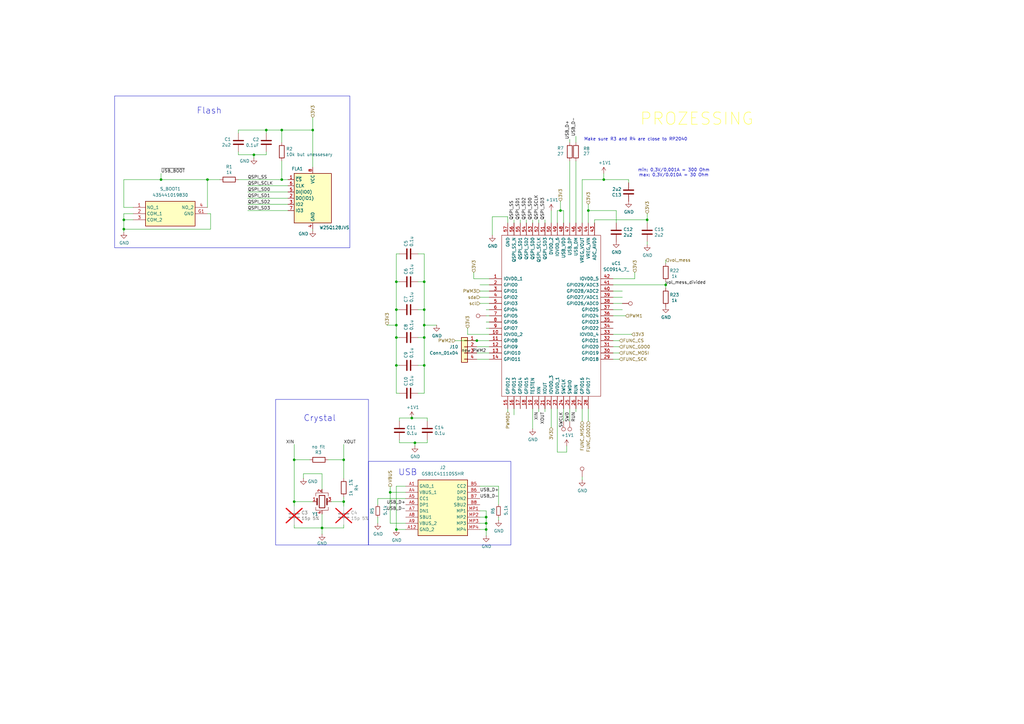
<source format=kicad_sch>
(kicad_sch (version 20231120) (generator "eeschema") (generator_version "8.0")
  (paper "A3")
  (lib_symbols
    (symbol "Connector:TestPoint" (pin_numbers hide) (pin_names (offset 0.762) hide)
      (property "Reference" "TP" (at 0 6.858 0))
      (property "Value" "TestPoint" (at 0 5.08 0))
      (symbol "TestPoint_0_1"
        (circle (center 0 3.302) (radius 0.762))
      )
      (symbol "TestPoint_1_1"
        (pin passive line (at 0 0 90) (length 2.54) (name "1") (number "1"))
      )
    )
    (symbol "Connector_Generic:Conn_01x04" (pin_names (offset 1.016) hide)
      (property "Reference" "J" (at 0 5.08 0))
      (property "Value" "Conn_01x04" (at 0 -7.62 0))
      (symbol "Conn_01x04_1_1"
        (rectangle (start -1.27 -4.953) (end 0 -5.207) (stroke (width 0.1524)))
        (rectangle (start -1.27 -2.413) (end 0 -2.667) (stroke (width 0.1524)))
        (rectangle (start -1.27 0.127) (end 0 -0.127) (stroke (width 0.1524)))
        (rectangle (start -1.27 2.667) (end 0 2.413) (stroke (width 0.1524)))
        (rectangle (start -1.27 3.81) (end 1.27 -6.35) (stroke (width 0.254)) (fill (type background)))
        (pin passive line (at -5.08 2.54 0) (length 3.81) (name "Pin_1") (number "1"))
        (pin passive line (at -5.08 0 0) (length 3.81) (name "Pin_2") (number "2"))
        (pin passive line (at -5.08 -2.54 0) (length 3.81) (name "Pin_3") (number "3"))
        (pin passive line (at -5.08 -5.08 0) (length 3.81) (name "Pin_4") (number "4"))
      )
    )
    (symbol "Device:C" (pin_numbers hide) (pin_names (offset 0.254))
      (property "Reference" "C" (at 0.635 2.54 0))
      (property "Value" "C" (at 0.635 -2.54 0))
      (symbol "C_0_1"
        (polyline (pts (xy -2.032 -0.762) (xy 2.032 -0.762)) (stroke (width 0.508)))
        (polyline (pts (xy -2.032 0.762) (xy 2.032 0.762)) (stroke (width 0.508)))
      )
      (symbol "C_1_1"
        (pin passive line (at 0 3.81 270) (length 2.794) (name "~") (number "1"))
        (pin passive line (at 0 -3.81 90) (length 2.794) (name "~") (number "2"))
      )
    )
    (symbol "Device:Crystal_GND24" (pin_names (offset 1.016) hide)
      (property "Reference" "Y" (at 3.175 5.08 0))
      (property "Value" "Crystal_GND24" (at 3.175 3.175 0))
      (symbol "Crystal_GND24_0_1"
        (rectangle (start -1.143 2.54) (end 1.143 -2.54) (stroke (width 0.3048)))
        (polyline (pts (xy -2.54 0) (xy -2.032 0)))
        (polyline (pts (xy -2.032 -1.27) (xy -2.032 1.27)) (stroke (width 0.508)))
        (polyline (pts (xy 0 -3.81) (xy 0 -3.556)))
        (polyline (pts (xy 0 3.556) (xy 0 3.81)))
        (polyline (pts (xy 2.032 -1.27) (xy 2.032 1.27)) (stroke (width 0.508)))
        (polyline (pts (xy 2.032 0) (xy 2.54 0)))
        (polyline (pts (xy -2.54 -2.286) (xy -2.54 -3.556) (xy 2.54 -3.556) (xy 2.54 -2.286)))
        (polyline (pts (xy -2.54 2.286) (xy -2.54 3.556) (xy 2.54 3.556) (xy 2.54 2.286)))
      )
      (symbol "Crystal_GND24_1_1"
        (pin passive line (at -3.81 0 0) (length 1.27) (name "1") (number "1"))
        (pin passive line (at 0 5.08 270) (length 1.27) (name "2") (number "2"))
        (pin passive line (at 3.81 0 180) (length 1.27) (name "3") (number "3"))
        (pin passive line (at 0 -5.08 90) (length 1.27) (name "4") (number "4"))
      )
    )
    (symbol "Device:R" (pin_numbers hide) (pin_names (offset 0))
      (property "Reference" "R" (at 2.032 0 90))
      (property "Value" "R" (at 0 0 90))
      (symbol "R_0_1"
        (rectangle (start -1.016 -2.54) (end 1.016 2.54) (stroke (width 0.254)))
      )
      (symbol "R_1_1"
        (pin passive line (at 0 3.81 270) (length 1.27) (name "~") (number "1"))
        (pin passive line (at 0 -3.81 90) (length 1.27) (name "~") (number "2"))
      )
    )
    (symbol "Device:R_Small" (pin_numbers hide) (pin_names (offset 0.254) hide)
      (property "Reference" "R" (at 0.762 0.508 0))
      (property "Value" "R_Small" (at 0.762 -1.016 0))
      (symbol "R_Small_0_1"
        (rectangle (start -0.762 1.778) (end 0.762 -1.778) (stroke (width 0.2032)))
      )
      (symbol "R_Small_1_1"
        (pin passive line (at 0 2.54 270) (length 0.762) (name "~") (number "1"))
        (pin passive line (at 0 -2.54 90) (length 0.762) (name "~") (number "2"))
      )
    )
    (symbol "GND_1" (power) (pin_numbers hide) (pin_names (offset 0) hide)
      (property "Value" "GND" (at 0 -3.81 0))
      (symbol "GND_1_0_1"
        (polyline (pts (xy 0 0) (xy 0 -1.27) (xy 1.27 -1.27) (xy 0 -2.54) (xy -1.27 -1.27) (xy 0 -1.27)))
      )
      (symbol "GND_1_1_1"
        (pin power_in line (at 0 0 270) (length 0) (name "~") (number "1"))
      )
    )
    (symbol "GND_11" (power) (pin_numbers hide) (pin_names (offset 0) hide)
      (property "Value" "GND" (at 0 -3.81 0))
      (symbol "GND_11_0_1"
        (polyline (pts (xy 0 0) (xy 0 -1.27) (xy 1.27 -1.27) (xy 0 -2.54) (xy -1.27 -1.27) (xy 0 -1.27)))
      )
      (symbol "GND_11_1_1"
        (pin power_in line (at 0 0 270) (length 0) (name "~") (number "1"))
      )
    )
    (symbol "GND_13" (power) (pin_numbers hide) (pin_names (offset 0) hide)
      (property "Value" "GND" (at 0 -3.81 0))
      (symbol "GND_13_0_1"
        (polyline (pts (xy 0 0) (xy 0 -1.27) (xy 1.27 -1.27) (xy 0 -2.54) (xy -1.27 -1.27) (xy 0 -1.27)))
      )
      (symbol "GND_13_1_1"
        (pin power_in line (at 0 0 270) (length 0) (name "~") (number "1"))
      )
    )
    (symbol "GND_14" (power) (pin_numbers hide) (pin_names (offset 0) hide)
      (property "Value" "GND" (at 0 -3.81 0))
      (symbol "GND_14_0_1"
        (polyline (pts (xy 0 0) (xy 0 -1.27) (xy 1.27 -1.27) (xy 0 -2.54) (xy -1.27 -1.27) (xy 0 -1.27)))
      )
      (symbol "GND_14_1_1"
        (pin power_in line (at 0 0 270) (length 0) (name "~") (number "1"))
      )
    )
    (symbol "GND_15" (power) (pin_numbers hide) (pin_names (offset 0) hide)
      (property "Value" "GND" (at 0 -3.81 0))
      (symbol "GND_15_0_1"
        (polyline (pts (xy 0 0) (xy 0 -1.27) (xy 1.27 -1.27) (xy 0 -2.54) (xy -1.27 -1.27) (xy 0 -1.27)))
      )
      (symbol "GND_15_1_1"
        (pin power_in line (at 0 0 270) (length 0) (name "~") (number "1"))
      )
    )
    (symbol "GND_16" (power) (pin_numbers hide) (pin_names (offset 0) hide)
      (property "Value" "GND" (at 0 -3.81 0))
      (symbol "GND_16_0_1"
        (polyline (pts (xy 0 0) (xy 0 -1.27) (xy 1.27 -1.27) (xy 0 -2.54) (xy -1.27 -1.27) (xy 0 -1.27)))
      )
      (symbol "GND_16_1_1"
        (pin power_in line (at 0 0 270) (length 0) (name "~") (number "1"))
      )
    )
    (symbol "GND_2" (power) (pin_numbers hide) (pin_names (offset 0) hide)
      (property "Value" "GND" (at 0 -3.81 0))
      (symbol "GND_2_0_1"
        (polyline (pts (xy 0 0) (xy 0 -1.27) (xy 1.27 -1.27) (xy 0 -2.54) (xy -1.27 -1.27) (xy 0 -1.27)))
      )
      (symbol "GND_2_1_1"
        (pin power_in line (at 0 0 270) (length 0) (name "~") (number "1"))
      )
    )
    (symbol "GND_23" (power) (pin_numbers hide) (pin_names (offset 0) hide)
      (property "Value" "GND" (at 0 -3.81 0))
      (symbol "GND_23_0_1"
        (polyline (pts (xy 0 0) (xy 0 -1.27) (xy 1.27 -1.27) (xy 0 -2.54) (xy -1.27 -1.27) (xy 0 -1.27)))
      )
      (symbol "GND_23_1_1"
        (pin power_in line (at 0 0 270) (length 0) (name "~") (number "1"))
      )
    )
    (symbol "GND_24" (power) (pin_numbers hide) (pin_names (offset 0) hide)
      (property "Value" "GND" (at 0 -3.81 0))
      (symbol "GND_24_0_1"
        (polyline (pts (xy 0 0) (xy 0 -1.27) (xy 1.27 -1.27) (xy 0 -2.54) (xy -1.27 -1.27) (xy 0 -1.27)))
      )
      (symbol "GND_24_1_1"
        (pin power_in line (at 0 0 270) (length 0) (name "~") (number "1"))
      )
    )
    (symbol "GND_25" (power) (pin_numbers hide) (pin_names (offset 0) hide)
      (property "Value" "GND" (at 0 -3.81 0))
      (symbol "GND_25_0_1"
        (polyline (pts (xy 0 0) (xy 0 -1.27) (xy 1.27 -1.27) (xy 0 -2.54) (xy -1.27 -1.27) (xy 0 -1.27)))
      )
      (symbol "GND_25_1_1"
        (pin power_in line (at 0 0 270) (length 0) (name "~") (number "1"))
      )
    )
    (symbol "GND_26" (power) (pin_numbers hide) (pin_names (offset 0) hide)
      (property "Value" "GND" (at 0 -3.81 0))
      (symbol "GND_26_0_1"
        (polyline (pts (xy 0 0) (xy 0 -1.27) (xy 1.27 -1.27) (xy 0 -2.54) (xy -1.27 -1.27) (xy 0 -1.27)))
      )
      (symbol "GND_26_1_1"
        (pin power_in line (at 0 0 270) (length 0) (name "~") (number "1"))
      )
    )
    (symbol "GND_27" (power) (pin_numbers hide) (pin_names (offset 0) hide)
      (property "Value" "GND" (at 0 -3.81 0))
      (symbol "GND_27_0_1"
        (polyline (pts (xy 0 0) (xy 0 -1.27) (xy 1.27 -1.27) (xy 0 -2.54) (xy -1.27 -1.27) (xy 0 -1.27)))
      )
      (symbol "GND_27_1_1"
        (pin power_in line (at 0 0 270) (length 0) (name "~") (number "1"))
      )
    )
    (symbol "GND_3" (power) (pin_numbers hide) (pin_names (offset 0) hide)
      (property "Value" "GND" (at 0 -3.81 0))
      (symbol "GND_3_0_1"
        (polyline (pts (xy 0 0) (xy 0 -1.27) (xy 1.27 -1.27) (xy 0 -2.54) (xy -1.27 -1.27) (xy 0 -1.27)))
      )
      (symbol "GND_3_1_1"
        (pin power_in line (at 0 0 270) (length 0) (name "~") (number "1"))
      )
    )
    (symbol "GND_4" (power) (pin_numbers hide) (pin_names (offset 0) hide)
      (property "Value" "GND" (at 0 -3.81 0))
      (symbol "GND_4_0_1"
        (polyline (pts (xy 0 0) (xy 0 -1.27) (xy 1.27 -1.27) (xy 0 -2.54) (xy -1.27 -1.27) (xy 0 -1.27)))
      )
      (symbol "GND_4_1_1"
        (pin power_in line (at 0 0 270) (length 0) (name "~") (number "1"))
      )
    )
    (symbol "GND_5" (power) (pin_numbers hide) (pin_names (offset 0) hide)
      (property "Value" "GND" (at 0 -3.81 0))
      (symbol "GND_5_0_1"
        (polyline (pts (xy 0 0) (xy 0 -1.27) (xy 1.27 -1.27) (xy 0 -2.54) (xy -1.27 -1.27) (xy 0 -1.27)))
      )
      (symbol "GND_5_1_1"
        (pin power_in line (at 0 0 270) (length 0) (name "~") (number "1"))
      )
    )
    (symbol "GND_6" (power) (pin_numbers hide) (pin_names (offset 0) hide)
      (property "Value" "GND" (at 0 -3.81 0))
      (symbol "GND_6_0_1"
        (polyline (pts (xy 0 0) (xy 0 -1.27) (xy 1.27 -1.27) (xy 0 -2.54) (xy -1.27 -1.27) (xy 0 -1.27)))
      )
      (symbol "GND_6_1_1"
        (pin power_in line (at 0 0 270) (length 0) (name "~") (number "1"))
      )
    )
    (symbol "GND_7" (power) (pin_numbers hide) (pin_names (offset 0) hide)
      (property "Value" "GND" (at 0 -3.81 0))
      (symbol "GND_7_0_1"
        (polyline (pts (xy 0 0) (xy 0 -1.27) (xy 1.27 -1.27) (xy 0 -2.54) (xy -1.27 -1.27) (xy 0 -1.27)))
      )
      (symbol "GND_7_1_1"
        (pin power_in line (at 0 0 270) (length 0) (name "~") (number "1"))
      )
    )
    (symbol "Memory_Flash:W25Q128JVS"
      (property "Reference" "U" (at -8.89 8.89 0))
      (property "Value" "W25Q128JVS" (at 7.62 8.89 0))
      (symbol "W25Q128JVS_0_1"
        (rectangle (start -7.62 10.16) (end 7.62 -10.16) (stroke (width 0.254)) (fill (type background)))
      )
      (symbol "W25Q128JVS_1_1"
        (pin input line (at -10.16 7.62 0) (length 2.54) (name "~{CS}") (number "1"))
        (pin bidirectional line (at -10.16 0 0) (length 2.54) (name "DO(IO1)") (number "2"))
        (pin bidirectional line (at -10.16 -2.54 0) (length 2.54) (name "IO2") (number "3"))
        (pin power_in line (at 0 -12.7 90) (length 2.54) (name "GND") (number "4"))
        (pin bidirectional line (at -10.16 2.54 0) (length 2.54) (name "DI(IO0)") (number "5"))
        (pin input line (at -10.16 5.08 0) (length 2.54) (name "CLK") (number "6"))
        (pin bidirectional line (at -10.16 -5.08 0) (length 2.54) (name "IO3") (number "7"))
        (pin power_in line (at 0 12.7 270) (length 2.54) (name "VCC") (number "8"))
      )
    )
    (symbol "SamacSys_Parts:435441019830"
      (property "Reference" "S" (at 26.67 7.62 0))
      (property "Value" "435441019830" (at 26.67 5.08 0))
      (symbol "435441019830_1_1"
        (rectangle (start 5.08 2.54) (end 25.4 -7.62) (stroke (width 0.254)) (fill (type background)))
        (pin passive line (at 0 0 0) (length 5.08) (name "NO_1") (number "1"))
        (pin passive line (at 0 -2.54 0) (length 5.08) (name "COM_1") (number "2"))
        (pin passive line (at 0 -5.08 0) (length 5.08) (name "COM_2") (number "3"))
        (pin passive line (at 30.48 0 180) (length 5.08) (name "NO_2") (number "4"))
        (pin passive line (at 30.48 -2.54 180) (length 5.08) (name "GND") (number "G1"))
      )
    )
    (symbol "SamacSys_Parts:GSB1C41110SSHR"
      (property "Reference" "J" (at 26.67 7.62 0))
      (property "Value" "GSB1C41110SSHR" (at 26.67 5.08 0))
      (symbol "GSB1C41110SSHR_1_1"
        (rectangle (start 5.08 2.54) (end 25.4 -20.32) (stroke (width 0.254)) (fill (type background)))
        (pin passive line (at 0 0 0) (length 5.08) (name "GND_1") (number "A1"))
        (pin passive line (at 0 -17.78 0) (length 5.08) (name "GND_2") (number "A12"))
        (pin passive line (at 0 -2.54 0) (length 5.08) (name "VBUS_1") (number "A4"))
        (pin passive line (at 0 -5.08 0) (length 5.08) (name "CC1") (number "A5"))
        (pin passive line (at 0 -7.62 0) (length 5.08) (name "DP1") (number "A6"))
        (pin passive line (at 0 -10.16 0) (length 5.08) (name "DN1") (number "A7"))
        (pin passive line (at 0 -12.7 0) (length 5.08) (name "SBU1") (number "A8"))
        (pin passive line (at 0 -15.24 0) (length 5.08) (name "VBUS_2") (number "A9"))
        (pin passive line (at 30.48 0 180) (length 5.08) (name "CC2") (number "B5"))
        (pin passive line (at 30.48 -2.54 180) (length 5.08) (name "DP2") (number "B6"))
        (pin passive line (at 30.48 -5.08 180) (length 5.08) (name "DN2") (number "B7"))
        (pin passive line (at 30.48 -7.62 180) (length 5.08) (name "SBU2") (number "B8"))
        (pin passive line (at 30.48 -10.16 180) (length 5.08) (name "MP1") (number "MP1"))
        (pin passive line (at 30.48 -12.7 180) (length 5.08) (name "MP2") (number "MP2"))
        (pin passive line (at 30.48 -15.24 180) (length 5.08) (name "MP3") (number "MP3"))
        (pin passive line (at 30.48 -17.78 180) (length 5.08) (name "MP4") (number "MP4"))
      )
    )
    (symbol "SamacSys_Parts:SC0914_7_" (pin_names (offset 0.762))
      (property "Reference" "J" (at 46.99 22.86 0))
      (property "Value" "SC0914_7_" (at 46.99 20.32 0))
      (symbol "SC0914_7__0_0"
        (pin passive line (at 0 0 0) (length 5.08) (name "IOVDD_1") (number "1"))
        (pin passive line (at 0 -22.86 0) (length 5.08) (name "IOVDD_2") (number "10"))
        (pin passive line (at 0 -25.4 0) (length 5.08) (name "GPIO8") (number "11"))
        (pin passive line (at 0 -27.94 0) (length 5.08) (name "GPIO9") (number "12"))
        (pin passive line (at 0 -30.48 0) (length 5.08) (name "GPIO10") (number "13"))
        (pin passive line (at 0 -33.02 0) (length 5.08) (name "GPIO11") (number "14"))
        (pin passive line (at 7.62 -53.34 90) (length 5.08) (name "GPIO12") (number "15"))
        (pin passive line (at 10.16 -53.34 90) (length 5.08) (name "GPIO13") (number "16"))
        (pin passive line (at 12.7 -53.34 90) (length 5.08) (name "GPIO14") (number "17"))
        (pin passive line (at 15.24 -53.34 90) (length 5.08) (name "GPIO15") (number "18"))
        (pin passive line (at 17.78 -53.34 90) (length 5.08) (name "TESTEN") (number "19"))
        (pin passive line (at 0 -2.54 0) (length 5.08) (name "GPIO0") (number "2"))
        (pin passive line (at 20.32 -53.34 90) (length 5.08) (name "XIN") (number "20"))
        (pin passive line (at 22.86 -53.34 90) (length 5.08) (name "XOUT") (number "21"))
        (pin passive line (at 25.4 -53.34 90) (length 5.08) (name "IOVDD_3") (number "22"))
        (pin passive line (at 27.94 -53.34 90) (length 5.08) (name "DVDD_1") (number "23"))
        (pin passive line (at 30.48 -53.34 90) (length 5.08) (name "SWCLK") (number "24"))
        (pin passive line (at 33.02 -53.34 90) (length 5.08) (name "SWDIO") (number "25"))
        (pin passive line (at 35.56 -53.34 90) (length 5.08) (name "RUN") (number "26"))
        (pin passive line (at 38.1 -53.34 90) (length 5.08) (name "GPIO16") (number "27"))
        (pin passive line (at 40.64 -53.34 90) (length 5.08) (name "GPIO17") (number "28"))
        (pin passive line (at 50.8 -33.02 180) (length 5.08) (name "GPIO18") (number "29"))
        (pin passive line (at 0 -5.08 0) (length 5.08) (name "GPIO1") (number "3"))
        (pin passive line (at 50.8 -30.48 180) (length 5.08) (name "GPIO19") (number "30"))
        (pin passive line (at 50.8 -27.94 180) (length 5.08) (name "GPIO20") (number "31"))
        (pin passive line (at 50.8 -25.4 180) (length 5.08) (name "GPIO21") (number "32"))
        (pin passive line (at 50.8 -22.86 180) (length 5.08) (name "IOVDD_4") (number "33"))
        (pin passive line (at 50.8 -20.32 180) (length 5.08) (name "GPIO22") (number "34"))
        (pin passive line (at 50.8 -17.78 180) (length 5.08) (name "GPIO23") (number "35"))
        (pin passive line (at 50.8 -15.24 180) (length 5.08) (name "GPIO24") (number "36"))
        (pin passive line (at 50.8 -12.7 180) (length 5.08) (name "GPIO25") (number "37"))
        (pin passive line (at 50.8 -10.16 180) (length 5.08) (name "GPIO26/ADC0") (number "38"))
        (pin passive line (at 50.8 -7.62 180) (length 5.08) (name "GPIO27/ADC1") (number "39"))
        (pin passive line (at 0 -7.62 0) (length 5.08) (name "GPIO2") (number "4"))
        (pin passive line (at 50.8 -5.08 180) (length 5.08) (name "GPIO28/ADC2") (number "40"))
        (pin passive line (at 50.8 -2.54 180) (length 5.08) (name "GPIO29/ADC3") (number "41"))
        (pin passive line (at 50.8 0 180) (length 5.08) (name "IOVDD_5") (number "42"))
        (pin passive line (at 43.18 22.86 270) (length 5.08) (name "ADC_AVDD") (number "43"))
        (pin passive line (at 40.64 22.86 270) (length 5.08) (name "VREG_VIN") (number "44"))
        (pin passive line (at 38.1 22.86 270) (length 5.08) (name "VREG_VOUT") (number "45"))
        (pin passive line (at 35.56 22.86 270) (length 5.08) (name "USB_DM") (number "46"))
        (pin passive line (at 33.02 22.86 270) (length 5.08) (name "USB_DP") (number "47"))
        (pin passive line (at 30.48 22.86 270) (length 5.08) (name "USB_VDD") (number "48"))
        (pin passive line (at 27.94 22.86 270) (length 5.08) (name "IOVDD_6") (number "49"))
        (pin passive line (at 0 -10.16 0) (length 5.08) (name "GPIO3") (number "5"))
        (pin passive line (at 25.4 22.86 270) (length 5.08) (name "DVDD_2") (number "50"))
        (pin passive line (at 22.86 22.86 270) (length 5.08) (name "QSPI_SD3") (number "51"))
        (pin passive line (at 20.32 22.86 270) (length 5.08) (name "QSPI_SCLK") (number "52"))
        (pin passive line (at 17.78 22.86 270) (length 5.08) (name "QSPI_SD0") (number "53"))
        (pin passive line (at 15.24 22.86 270) (length 5.08) (name "QSPI_SD2") (number "54"))
        (pin passive line (at 12.7 22.86 270) (length 5.08) (name "QSPI_SD1") (number "55"))
        (pin passive line (at 10.16 22.86 270) (length 5.08) (name "QSPI_SS_N") (number "56"))
        (pin passive line (at 7.62 22.86 270) (length 5.08) (name "GND") (number "57"))
        (pin passive line (at 0 -12.7 0) (length 5.08) (name "GPIO4") (number "6"))
        (pin passive line (at 0 -15.24 0) (length 5.08) (name "GPIO5") (number "7"))
        (pin passive line (at 0 -17.78 0) (length 5.08) (name "GPIO6") (number "8"))
        (pin passive line (at 0 -20.32 0) (length 5.08) (name "GPIO7") (number "9"))
      )
      (symbol "SC0914_7__0_1"
        (polyline (pts (xy 5.08 17.78) (xy 45.72 17.78) (xy 45.72 -48.26) (xy 5.08 -48.26) (xy 5.08 17.78)) (stroke (width 0.1524)))
      )
    )
    (symbol "power:+1V1" (power) (pin_numbers hide) (pin_names (offset 0) hide)
      (property "Value" "+1V1" (at 0 3.556 0))
      (symbol "+1V1_0_1"
        (polyline (pts (xy -0.762 1.27) (xy 0 2.54)))
        (polyline (pts (xy 0 0) (xy 0 2.54)))
        (polyline (pts (xy 0 2.54) (xy 0.762 1.27)))
      )
      (symbol "+1V1_1_1"
        (pin power_in line (at 0 0 90) (length 0) (name "~") (number "1"))
      )
    )
  )
  (junction (at 109.22 53.34))
  (junction (at 173.99 133.35))
  (junction (at 66.04 73.66))
  (junction (at 140.97 205.74))
  (junction (at 120.65 188.595))
  (junction (at 199.39 212.09))
  (junction (at 173.99 115.57))
  (junction (at 160.02 201.93))
  (junction (at 162.56 133.35))
  (junction (at 241.3 86.36))
  (junction (at 229.87 86.36))
  (junction (at 265.43 90.17))
  (junction (at 140.97 188.595))
  (junction (at 173.99 138.43))
  (junction (at 120.65 205.74))
  (junction (at 173.99 127))
  (junction (at 128.27 53.34))
  (junction (at 85.09 73.66))
  (junction (at 162.56 115.57))
  (junction (at 199.39 214.63))
  (junction (at 195.58 139.7))
  (junction (at 50.8 90.17))
  (junction (at 115.57 73.66))
  (junction (at 104.14 63.5))
  (junction (at 162.56 149.86))
  (junction (at 50.8 93.98))
  (junction (at 115.57 53.34))
  (junction (at 162.56 217.17))
  (junction (at 162.56 127))
  (junction (at 199.39 217.17))
  (junction (at 173.99 149.86))
  (junction (at 168.91 171.45))
  (junction (at 132.08 216.535))
  (junction (at 247.65 73.66))
  (junction (at 273.05 116.84))
  (junction (at 162.56 138.43))
  (junction (at 170.18 181.61))
  (wire (pts (xy 97.79 73.66) (xy 115.57 73.66)))
  (wire (pts (xy 208.28 168.91) (xy 208.28 167.64)))
  (wire (pts (xy 173.99 149.86) (xy 173.99 161.29)))
  (wire (pts (xy 238.76 195.58) (xy 238.76 196.85)))
  (wire (pts (xy 50.8 90.17) (xy 50.8 93.98)))
  (wire (pts (xy 201.93 96.52) (xy 201.93 88.9)))
  (wire (pts (xy 229.87 82.55) (xy 229.87 86.36)))
  (wire (pts (xy 132.08 194.31) (xy 124.46 194.31)))
  (wire (pts (xy 173.99 127) (xy 173.99 115.57)))
  (wire (pts (xy 223.52 168.91) (xy 223.52 167.64)))
  (wire (pts (xy 231.14 86.36) (xy 231.14 91.44)))
  (wire (pts (xy 251.46 147.32) (xy 254 147.32)))
  (wire (pts (xy 256.54 129.54) (xy 251.46 129.54)))
  (wire (pts (xy 243.84 90.17) (xy 243.84 91.44)))
  (wire (pts (xy 162.56 133.35) (xy 162.56 138.43)))
  (wire (pts (xy 210.82 170.18) (xy 210.82 167.64)))
  (wire (pts (xy 229.87 86.36) (xy 231.14 86.36)))
  (wire (pts (xy 251.46 137.16) (xy 259.08 137.16)))
  (wire (pts (xy 228.6 86.36) (xy 228.6 91.44)))
  (wire (pts (xy 238.76 167.64) (xy 238.76 172.72)))
  (wire (pts (xy 109.22 54.61) (xy 109.22 53.34)))
  (wire (pts (xy 173.99 138.43) (xy 173.99 149.86)))
  (wire (pts (xy 196.85 121.92) (xy 200.66 121.92)))
  (wire (pts (xy 120.65 188.595) (xy 120.65 205.74)))
  (wire (pts (xy 233.68 167.64) (xy 233.68 172.72)))
  (wire (pts (xy 54.61 85.09) (xy 50.8 85.09)))
  (wire (pts (xy 251.46 142.24) (xy 254 142.24)))
  (wire (pts (xy 223.52 90.17) (xy 223.52 91.44)))
  (wire (pts (xy 140.97 196.215) (xy 140.97 188.595)))
  (wire (pts (xy 173.99 133.35) (xy 173.99 127)))
  (wire (pts (xy 196.85 116.84) (xy 200.66 116.84)))
  (wire (pts (xy 228.6 185.42) (xy 232.41 185.42)))
  (wire (pts (xy 101.6 76.2) (xy 118.11 76.2)))
  (wire (pts (xy 160.02 199.39) (xy 160.02 201.93)))
  (wire (pts (xy 199.39 212.09) (xy 199.39 209.55)))
  (wire (pts (xy 154.94 204.47) (xy 154.94 207.01)))
  (wire (pts (xy 195.58 142.24) (xy 200.66 142.24)))
  (wire (pts (xy 236.22 91.44) (xy 236.22 66.04)))
  (wire (pts (xy 191.77 137.16) (xy 200.66 137.16)))
  (wire (pts (xy 175.26 172.72) (xy 175.26 171.45)))
  (wire (pts (xy 162.56 217.17) (xy 162.56 199.39)))
  (wire (pts (xy 140.97 188.595) (xy 134.62 188.595)))
  (wire (pts (xy 236.22 168.91) (xy 236.22 167.64)))
  (wire (pts (xy 226.06 167.64) (xy 226.06 175.26)))
  (wire (pts (xy 255.27 127) (xy 251.46 127)))
  (wire (pts (xy 118.11 81.28) (xy 101.6 81.28)))
  (wire (pts (xy 66.04 71.12) (xy 66.04 73.66)))
  (wire (pts (xy 273.05 116.84) (xy 251.46 116.84)))
  (wire (pts (xy 154.94 214.63) (xy 154.94 212.09)))
  (wire (pts (xy 260.35 114.3) (xy 251.46 114.3)))
  (wire (pts (xy 109.22 63.5) (xy 109.22 62.23)))
  (wire (pts (xy 226.06 86.36) (xy 226.06 91.44)))
  (wire (pts (xy 194.31 114.3) (xy 200.66 114.3)))
  (wire (pts (xy 162.56 127) (xy 162.56 115.57)))
  (wire (pts (xy 132.08 219.075) (xy 132.08 216.535)))
  (wire (pts (xy 171.45 161.29) (xy 173.99 161.29)))
  (wire (pts (xy 233.68 91.44) (xy 233.68 66.04)))
  (wire (pts (xy 199.39 127) (xy 200.66 127)))
  (wire (pts (xy 118.11 86.36) (xy 101.6 86.36)))
  (wire (pts (xy 260.35 111.76) (xy 260.35 114.3)))
  (wire (pts (xy 201.93 88.9) (xy 208.28 88.9)))
  (wire (pts (xy 132.08 216.535) (xy 140.97 216.535)))
  (wire (pts (xy 162.56 127) (xy 162.56 133.35)))
  (wire (pts (xy 104.14 63.5) (xy 104.14 64.77)))
  (wire (pts (xy 50.8 87.63) (xy 50.8 90.17)))
  (wire (pts (xy 199.39 132.08) (xy 200.66 132.08)))
  (wire (pts (xy 163.83 138.43) (xy 162.56 138.43)))
  (wire (pts (xy 241.3 167.64) (xy 241.3 172.72)))
  (wire (pts (xy 140.97 216.535) (xy 140.97 215.265)))
  (wire (pts (xy 171.45 115.57) (xy 173.99 115.57)))
  (wire (pts (xy 97.79 63.5) (xy 104.14 63.5)))
  (wire (pts (xy 175.26 181.61) (xy 175.26 180.34)))
  (wire (pts (xy 199.39 214.63) (xy 199.39 212.09)))
  (wire (pts (xy 241.3 86.36) (xy 252.73 86.36)))
  (wire (pts (xy 120.65 205.74) (xy 120.65 207.645)))
  (wire (pts (xy 196.85 217.17) (xy 199.39 217.17)))
  (wire (pts (xy 273.05 118.11) (xy 273.05 116.84)))
  (wire (pts (xy 135.89 205.74) (xy 140.97 205.74)))
  (wire (pts (xy 208.28 88.9) (xy 208.28 91.44)))
  (wire (pts (xy 162.56 115.57) (xy 162.56 104.14)))
  (wire (pts (xy 50.8 87.63) (xy 54.61 87.63)))
  (wire (pts (xy 171.45 127) (xy 173.99 127)))
  (wire (pts (xy 196.85 124.46) (xy 200.66 124.46)))
  (wire (pts (xy 160.02 214.63) (xy 166.37 214.63)))
  (wire (pts (xy 90.17 73.66) (xy 85.09 73.66)))
  (wire (pts (xy 109.22 53.34) (xy 97.79 53.34)))
  (wire (pts (xy 127 188.595) (xy 120.65 188.595)))
  (wire (pts (xy 196.85 212.09) (xy 199.39 212.09)))
  (wire (pts (xy 247.65 73.66) (xy 247.65 71.12)))
  (wire (pts (xy 166.37 217.17) (xy 162.56 217.17)))
  (wire (pts (xy 204.47 212.09) (xy 204.47 213.36)))
  (wire (pts (xy 128.27 94.615) (xy 128.27 93.98)))
  (wire (pts (xy 140.97 182.245) (xy 140.97 188.595)))
  (wire (pts (xy 132.08 194.31) (xy 132.08 200.66)))
  (wire (pts (xy 173.99 133.35) (xy 173.99 138.43)))
  (wire (pts (xy 215.9 90.17) (xy 215.9 91.44)))
  (wire (pts (xy 85.09 73.66) (xy 85.09 85.09)))
  (wire (pts (xy 173.99 133.35) (xy 179.07 133.35)))
  (wire (pts (xy 228.6 167.64) (xy 228.6 185.42)))
  (wire (pts (xy 173.99 115.57) (xy 173.99 104.14)))
  (wire (pts (xy 255.27 121.92) (xy 251.46 121.92)))
  (wire (pts (xy 273.05 106.68) (xy 273.05 107.95)))
  (wire (pts (xy 132.08 210.82) (xy 132.08 216.535)))
  (wire (pts (xy 218.44 175.895) (xy 218.44 167.64)))
  (wire (pts (xy 115.57 73.66) (xy 118.11 73.66)))
  (wire (pts (xy 163.83 149.86) (xy 162.56 149.86)))
  (wire (pts (xy 118.11 83.82) (xy 101.6 83.82)))
  (wire (pts (xy 273.05 115.57) (xy 273.05 116.84)))
  (wire (pts (xy 120.65 216.535) (xy 132.08 216.535)))
  (wire (pts (xy 50.8 73.66) (xy 66.04 73.66)))
  (wire (pts (xy 232.41 182.88) (xy 232.41 185.42)))
  (wire (pts (xy 97.79 53.34) (xy 97.79 54.61)))
  (wire (pts (xy 140.97 205.74) (xy 140.97 207.645)))
  (wire (pts (xy 97.79 63.5) (xy 97.79 62.23)))
  (wire (pts (xy 218.44 90.17) (xy 218.44 91.44)))
  (wire (pts (xy 171.45 138.43) (xy 173.99 138.43)))
  (wire (pts (xy 199.39 217.17) (xy 199.39 214.63)))
  (wire (pts (xy 158.75 133.35) (xy 162.56 133.35)))
  (wire (pts (xy 220.98 90.17) (xy 220.98 91.44)))
  (wire (pts (xy 233.68 57.15) (xy 233.68 58.42)))
  (wire (pts (xy 162.56 199.39) (xy 166.37 199.39)))
  (wire (pts (xy 163.83 127) (xy 162.56 127)))
  (wire (pts (xy 163.83 172.72) (xy 163.83 171.45)))
  (wire (pts (xy 86.36 93.98) (xy 50.8 93.98)))
  (wire (pts (xy 163.83 161.29) (xy 162.56 161.29)))
  (wire (pts (xy 238.76 73.66) (xy 238.76 91.44)))
  (wire (pts (xy 50.8 85.09) (xy 50.8 73.66)))
  (wire (pts (xy 191.77 134.62) (xy 191.77 137.16)))
  (wire (pts (xy 163.83 104.14) (xy 162.56 104.14)))
  (wire (pts (xy 231.14 167.64) (xy 231.14 172.72)))
  (wire (pts (xy 199.39 209.55) (xy 196.85 209.55)))
  (wire (pts (xy 238.76 73.66) (xy 247.65 73.66)))
  (wire (pts (xy 257.81 73.66) (xy 257.81 74.93)))
  (wire (pts (xy 213.36 90.17) (xy 213.36 91.44)))
  (wire (pts (xy 171.45 104.14) (xy 173.99 104.14)))
  (wire (pts (xy 196.85 214.63) (xy 199.39 214.63)))
  (wire (pts (xy 204.47 199.39) (xy 204.47 207.01)))
  (wire (pts (xy 265.43 87.63) (xy 265.43 90.17)))
  (wire (pts (xy 186.69 139.7) (xy 195.58 139.7)))
  (wire (pts (xy 196.85 119.38) (xy 200.66 119.38)))
  (wire (pts (xy 199.39 134.62) (xy 200.66 134.62)))
  (wire (pts (xy 194.31 111.76) (xy 194.31 114.3)))
  (wire (pts (xy 163.83 171.45) (xy 168.91 171.45)))
  (wire (pts (xy 236.22 55.88) (xy 236.22 58.42)))
  (wire (pts (xy 104.14 63.5) (xy 109.22 63.5)))
  (wire (pts (xy 160.02 201.93) (xy 160.02 214.63)))
  (wire (pts (xy 124.46 194.31) (xy 124.46 196.215)))
  (wire (pts (xy 168.91 171.45) (xy 175.26 171.45)))
  (wire (pts (xy 154.94 204.47) (xy 166.37 204.47)))
  (wire (pts (xy 251.46 144.78) (xy 254 144.78)))
  (wire (pts (xy 171.45 149.86) (xy 173.99 149.86)))
  (wire (pts (xy 247.65 73.66) (xy 257.81 73.66)))
  (wire (pts (xy 195.58 144.78) (xy 200.66 144.78)))
  (wire (pts (xy 228.6 86.36) (xy 229.87 86.36)))
  (wire (pts (xy 163.83 181.61) (xy 170.18 181.61)))
  (wire (pts (xy 86.36 87.63) (xy 85.09 87.63)))
  (wire (pts (xy 199.39 219.71) (xy 199.39 217.17)))
  (wire (pts (xy 66.04 73.66) (xy 85.09 73.66)))
  (wire (pts (xy 241.3 86.36) (xy 241.3 91.44)))
  (wire (pts (xy 163.83 115.57) (xy 162.56 115.57)))
  (wire (pts (xy 120.65 216.535) (xy 120.65 215.265)))
  (wire (pts (xy 252.73 86.36) (xy 252.73 91.44)))
  (wire (pts (xy 241.3 83.82) (xy 241.3 86.36)))
  (wire (pts (xy 195.58 139.7) (xy 200.66 139.7)))
  (wire (pts (xy 255.27 119.38) (xy 251.46 119.38)))
  (wire (pts (xy 162.56 161.29) (xy 162.56 149.86)))
  (wire (pts (xy 128.27 53.34) (xy 128.27 68.58)))
  (wire (pts (xy 196.85 199.39) (xy 204.47 199.39)))
  (wire (pts (xy 170.18 181.61) (xy 175.26 181.61)))
  (wire (pts (xy 254 139.7) (xy 251.46 139.7)))
  (wire (pts (xy 109.22 53.34) (xy 115.57 53.34)))
  (wire (pts (xy 195.58 147.32) (xy 200.66 147.32)))
  (wire (pts (xy 120.65 205.74) (xy 128.27 205.74)))
  (wire (pts (xy 118.11 78.74) (xy 101.6 78.74)))
  (wire (pts (xy 163.83 180.34) (xy 163.83 181.61)))
  (wire (pts (xy 86.36 87.63) (xy 86.36 93.98)))
  (wire (pts (xy 265.43 90.17) (xy 265.43 91.44)))
  (wire (pts (xy 210.82 90.17) (xy 210.82 91.44)))
  (wire (pts (xy 115.57 58.42) (xy 115.57 53.34)))
  (wire (pts (xy 255.27 124.46) (xy 251.46 124.46)))
  (wire (pts (xy 50.8 90.17) (xy 54.61 90.17)))
  (wire (pts (xy 128.27 48.26) (xy 128.27 53.34)))
  (wire (pts (xy 243.84 90.17) (xy 265.43 90.17)))
  (wire (pts (xy 115.57 53.34) (xy 128.27 53.34)))
  (wire (pts (xy 265.43 99.06) (xy 265.43 100.33)))
  (wire (pts (xy 140.97 203.835) (xy 140.97 205.74)))
  (wire (pts (xy 160.02 201.93) (xy 166.37 201.93)))
  (wire (pts (xy 50.8 95.25) (xy 50.8 93.98)))
  (wire (pts (xy 199.39 129.54) (xy 200.66 129.54)))
  (wire (pts (xy 170.18 181.61) (xy 170.18 182.88)))
  (wire (pts (xy 120.65 182.245) (xy 120.65 188.595)))
  (wire (pts (xy 162.56 149.86) (xy 162.56 138.43)))
  (wire (pts (xy 115.57 66.04) (xy 115.57 73.66)))
  (wire (pts (xy 220.98 167.64) (xy 220.98 168.91)))
  (rectangle (start 46.99 39.37) (end 143.51 101.6))
  (rectangle (start 151.13 189.23) (end 209.55 223.52))
  (rectangle (start 113.03 163.83) (end 151.13 223.52))
  (text "Flash" (at 80.645 46.99 0) (effects (font (size 2.54 2.54)) (justify left bottom)))
  (text "min: 0,3V/0,001A = 300 Ohm\nmax: 0,3V/0.010A = 30 Ohm" (at 276.352 70.866 0) (effects (font (size 1.27 1.27))))
  (text "Crystal" (at 124.46 173.101 0) (effects (font (size 2.54 2.54)) (justify left bottom)))
  (text "PROZESSING" (at 262.382 51.816 0) (effects (font (size 5 5)) (justify left bottom)))
  (text "Make sure R3 and R4 are close to RP2040" (at 281.94 57.912 0) (effects (font (size 1.27 1.27)) (justify right bottom)))
  (text "USB" (at 163.322 195.326 0) (effects (font (size 2.54 2.54)) (justify left bottom)))
  (label "QSPI_SD2" (at 101.6 83.82 0))
  (label "XIN" (at 220.98 168.91 270))
  (label "SWD" (at 233.68 168.91 270))
  (label "QSPI_SD0" (at 218.44 90.17 90))
  (label "QSPI_SD1" (at 101.6 81.28 0))
  (label "USB_D-" (at 236.22 55.88 90))
  (label "QSPI_SD1" (at 213.36 90.17 90))
  (label "USB_D+" (at 233.68 57.15 90))
  (label "XOUT" (at 223.52 168.91 270))
  (label "USB_D+" (at 166.37 207.01 180))
  (label "QSPI_SD3" (at 223.52 90.17 90))
  (label "XIN" (at 120.65 182.245 180))
  (label "QSPI_SD3" (at 101.6 86.36 0))
  (label "QSPI_SCLK" (at 101.6 76.2 0))
  (label "vol_mess_divided" (at 273.05 116.84 0))
  (label "USB_D+" (at 196.85 201.93 0))
  (label "QSPI_SCLK" (at 220.98 90.17 90))
  (label "XOUT" (at 140.97 182.245 0))
  (label "QSPI_SS" (at 210.82 90.17 90))
  (label "QSPI_SD0" (at 101.6 78.74 0))
  (label "SWCLK" (at 231.14 168.91 270))
  (label "new PWM2" (at 199.39 144.78 180))
  (label "USB_D-" (at 166.37 209.55 180))
  (label "USB_D-" (at 196.85 204.47 0))
  (label "RUN" (at 236.22 168.91 270))
  (label "QSPI_SD2" (at 215.9 90.17 90))
  (label "~{USB_BOOT}" (at 66.04 71.12 0))
  (label "QSPI_SS" (at 101.6 73.66 0))
  (hierarchical_label "FUNC_GDO2" (shape input) (at 241.3 172.72 270))
  (hierarchical_label "3V3" (shape input) (at 158.75 133.35 90))
  (hierarchical_label "3V3" (shape input) (at 265.43 87.63 90))
  (hierarchical_label "FUNC_GDO0" (shape input) (at 254 142.24 0))
  (hierarchical_label "3V3" (shape input) (at 128.27 48.26 90))
  (hierarchical_label "FUNC_SCK" (shape input) (at 254 147.32 0))
  (hierarchical_label "3V3" (shape input) (at 259.08 137.16 0))
  (hierarchical_label "scl" (shape input) (at 196.85 124.46 180))
  (hierarchical_label "3V3" (shape input) (at 194.31 111.76 90))
  (hierarchical_label "PWM0" (shape input) (at 208.28 168.91 270))
  (hierarchical_label "3V3" (shape input) (at 229.87 82.55 90))
  (hierarchical_label "PWM2" (shape input) (at 186.69 139.7 180))
  (hierarchical_label "vol_mess" (shape input) (at 273.05 106.68 0))
  (hierarchical_label "PWM3" (shape input) (at 196.85 119.38 180))
  (hierarchical_label "3V3" (shape input) (at 241.3 83.82 90))
  (hierarchical_label "PWM1" (shape input) (at 256.54 129.54 0))
  (hierarchical_label "VBUS" (shape output) (at 160.02 199.39 90))
  (hierarchical_label "FUNC_CS" (shape input) (at 254 139.7 0))
  (hierarchical_label "FUNC_MOSI" (shape input) (at 254 144.78 0))
  (hierarchical_label "3V3" (shape input) (at 260.35 111.76 90))
  (hierarchical_label "3V3" (shape input) (at 226.06 175.26 270))
  (hierarchical_label "3V3" (shape input) (at 191.77 134.62 90))
  (hierarchical_label "sda" (shape input) (at 196.85 121.92 180))
  (hierarchical_label "FUNC_MISO" (shape input) (at 238.76 172.72 270))
  (symbol (lib_name "GND_14") (lib_id "power:GND") (at 128.27 94.615 0) (unit 1)
    (property "Reference" "#PWR06" (effects (hide yes)))
    (property "Value" "GND" (at 124.46 95.885 0))
    (property "Description" "Power symbol creates a global label with name \"GND\" , ground" (effects (hide yes)))
  )
  (symbol (lib_name "GND_2") (lib_id "power:GND") (at 218.44 175.895 0) (unit 1)
    (property "Reference" "#PWR014" (effects (hide yes)))
    (property "Value" "GND" (at 218.567 180.2892 0))
    (property "Description" "Power symbol creates a global label with name \"GND\" , ground" (effects (hide yes)))
  )
  (symbol (lib_id "Device:R") (at 115.57 62.23 0) (unit 1)
    (property "Reference" "R2" (at 117.348 61.0616 0) (effects (justify left)))
    (property "Value" "10k but unessesary" (at 117.348 63.373 0) (effects (justify left)))
    (property "Footprint" "Resistor_SMD:R_0603_1608Metric_Pad0.98x0.95mm_HandSolder" (effects (hide yes)))
    (property "Description" "Resistor" (effects (hide yes)))
  )
  (symbol (lib_name "GND_7") (lib_id "power:GND") (at 265.43 100.33 0) (unit 1)
    (property "Reference" "#PWR023" (effects (hide yes)))
    (property "Value" "GND" (at 265.557 104.7242 0))
    (property "Description" "Power symbol creates a global label with name \"GND\" , ground" (effects (hide yes)))
  )
  (symbol (lib_name "GND_5") (lib_id "power:GND") (at 201.93 96.52 0) (unit 1)
    (property "Reference" "#PWR012" (effects (hide yes)))
    (property "Value" "GND" (at 202.057 100.9142 0))
    (property "Description" "Power symbol creates a global label with name \"GND\" , ground" (effects (hide yes)))
  )
  (symbol (lib_id "Device:R") (at 93.98 73.66 270) (unit 1)
    (property "Reference" "R1" (at 93.98 68.4022 90))
    (property "Value" "1k" (at 93.98 70.7136 90))
    (property "Footprint" "Resistor_SMD:R_0603_1608Metric_Pad0.98x0.95mm_HandSolder" (effects (hide yes)))
    (property "Description" "Resistor" (effects (hide yes)))
  )
  (symbol (lib_name "GND_24") (lib_id "power:GND") (at 162.56 217.17 0) (unit 1)
    (property "Reference" "#PWR09" (effects (hide yes)))
    (property "Value" "GND" (at 162.687 221.5642 0))
    (property "Description" "Power symbol creates a global label with name \"GND\" , ground" (effects (hide yes)))
  )
  (symbol (lib_id "Device:R") (at 233.68 62.23 0) (unit 1)
    (property "Reference" "R7" (at 229.87 60.7822 0))
    (property "Value" "27" (at 229.87 63.0936 0))
    (property "Footprint" "Resistor_SMD:R_0603_1608Metric_Pad0.98x0.95mm_HandSolder" (effects (hide yes)))
    (property "Description" "Resistor" (effects (hide yes)))
  )
  (symbol (lib_id "Device:R_Small") (at 204.47 209.55 180) (unit 1)
    (property "Reference" "R6" (at 202.184 209.55 90))
    (property "Value" "5.1k" (at 207.518 209.296 90))
    (property "Footprint" "Resistor_SMD:R_0603_1608Metric_Pad0.98x0.95mm_HandSolder" (effects (hide yes)))
    (property "Description" "Resistor, small symbol" (effects (hide yes)))
  )
  (symbol (lib_name "GND_6") (lib_id "power:GND") (at 252.73 99.06 0) (unit 1)
    (property "Reference" "#PWR019" (effects (hide yes)))
    (property "Value" "GND" (at 252.857 103.4542 0))
    (property "Description" "Power symbol creates a global label with name \"GND\" , ground" (effects (hide yes)))
  )
  (symbol (lib_id "power:+1V1") (at 232.41 182.88 0) (unit 1)
    (property "Reference" "#PWR016" (effects (hide yes)))
    (property "Value" "+1V1" (at 232.791 178.4858 0))
    (property "Description" "Power symbol creates a global label with name \"+1V1\"" (effects (hide yes)))
  )
  (symbol (lib_id "Device:C") (at 167.64 104.14 90) (unit 1)
    (property "Reference" "C5" (at 166.4716 101.219 0) (effects (justify left)))
    (property "Value" "0.1u" (at 168.783 101.219 0) (effects (justify left)))
    (property "Footprint" "Capacitor_SMD:C_0402_1005Metric_Pad0.74x0.62mm_HandSolder" (effects (hide yes)))
    (property "Description" "Unpolarized capacitor" (effects (hide yes)))
  )
  (symbol (lib_id "Device:C") (at 167.64 127 90) (unit 1)
    (property "Reference" "C7" (at 166.4716 124.079 0) (effects (justify left)))
    (property "Value" "0.1u" (at 168.783 124.079 0) (effects (justify left)))
    (property "Footprint" "Capacitor_SMD:C_0402_1005Metric_Pad0.74x0.62mm_HandSolder" (effects (hide yes)))
    (property "Description" "Unpolarized capacitor" (effects (hide yes)))
  )
  (symbol (lib_id "Device:R") (at 273.05 111.76 0) (unit 1)
    (property "Reference" "R22" (at 276.606 110.998 0))
    (property "Value" "1k" (at 276.606 113.3094 0))
    (property "Footprint" "Resistor_SMD:R_0603_1608Metric_Pad0.98x0.95mm_HandSolder" (effects (hide yes)))
    (property "Description" "Resistor" (effects (hide yes)))
  )
  (symbol (lib_id "SamacSys_Parts:435441019830") (at 54.61 85.09 0) (unit 1)
    (property "Reference" "S_BOOT1" (at 69.85 77.47 0))
    (property "Value" "435441019830" (at 69.85 80.01 0))
    (property "Footprint" "SamacSys_Parts:435441019830" (effects (hide yes)))
    (property "Datasheet" "https://www.we-online.com/catalog/datasheet/435441019830.pdf" (effects (hide yes)))
    (property "Description" "Tactile Switches WS-TASV Tact Switch Washable 4.1x2.8x1.9 mm SMT" (effects (hide yes)))
    (property "Height" "1.9" (effects (hide yes)))
    (property "Mouser Part Number" "710-435441019830" (effects (hide yes)))
    (property "Mouser Price/Stock" "https://www.mouser.co.uk/ProductDetail/Wurth-Elektronik/435441019830?qs=ufv2HEpFn%252BQgnhl%2FsZ0Vfw%3D%3D" (effects (hide yes)))
    (property "Manufacturer_Name" "Wurth Elektronik" (effects (hide yes)))
    (property "Manufacturer_Part_Number" "435441019830" (effects (hide yes)))
  )
  (symbol (lib_name "GND_3") (lib_id "power:GND") (at 170.18 182.88 0) (unit 1)
    (property "Reference" "#PWR022" (effects (hide yes)))
    (property "Value" "GND" (at 170.307 187.2742 0))
    (property "Description" "Power symbol creates a global label with name \"GND\" , ground" (effects (hide yes)))
  )
  (symbol (lib_id "Device:R") (at 140.97 200.025 180) (unit 1)
    (property "Reference" "R4" (at 146.2278 200.025 90))
    (property "Value" "1k  1%" (at 143.9164 200.025 90))
    (property "Footprint" "Resistor_SMD:R_0603_1608Metric_Pad0.98x0.95mm_HandSolder" (effects (hide yes)))
    (property "Description" "Resistor" (effects (hide yes)))
  )
  (symbol (lib_id "Device:C") (at 120.65 211.455 0) (unit 1) (dnp yes)
    (property "Reference" "C3" (at 123.571 210.2866 0) (effects (justify left)))
    (property "Value" "15p 5%" (at 123.571 212.598 0) (effects (justify left)))
    (property "Footprint" "Capacitor_SMD:C_0402_1005Metric_Pad0.74x0.62mm_HandSolder" (effects (hide yes)))
    (property "Description" "Unpolarized capacitor" (effects (hide yes)))
  )
  (symbol (lib_name "GND_27") (lib_id "power:GND") (at 124.46 196.215 0) (unit 1)
    (property "Reference" "#PWR05" (effects (hide yes)))
    (property "Value" "GND" (at 128.27 197.485 0))
    (property "Description" "Power symbol creates a global label with name \"GND\" , ground" (effects (hide yes)))
  )
  (symbol (lib_id "Device:C") (at 167.64 149.86 90) (unit 1)
    (property "Reference" "C9" (at 166.4716 146.939 0) (effects (justify left)))
    (property "Value" "0.1u" (at 168.783 146.939 0) (effects (justify left)))
    (property "Footprint" "Capacitor_SMD:C_0402_1005Metric_Pad0.74x0.62mm_HandSolder" (effects (hide yes)))
    (property "Description" "Unpolarized capacitor" (effects (hide yes)))
  )
  (symbol (lib_id "Device:C") (at 265.43 95.25 0) (unit 1)
    (property "Reference" "C15" (at 268.351 94.0816 0) (effects (justify left)))
    (property "Value" "2u2" (at 268.351 96.393 0) (effects (justify left)))
    (property "Footprint" "Capacitor_SMD:C_0805_2012Metric_Pad1.18x1.45mm_HandSolder" (effects (hide yes)))
    (property "Description" "Unpolarized capacitor" (effects (hide yes)))
  )
  (symbol (lib_id "Device:C") (at 163.83 176.53 0) (unit 1)
    (property "Reference" "C11" (at 166.751 175.3616 0) (effects (justify left)))
    (property "Value" "0.1u" (at 166.751 177.673 0) (effects (justify left)))
    (property "Footprint" "Capacitor_SMD:C_0402_1005Metric_Pad0.74x0.62mm_HandSolder" (effects (hide yes)))
    (property "Description" "Unpolarized capacitor" (effects (hide yes)))
  )
  (symbol (lib_id "power:+1V1") (at 247.65 71.12 0) (unit 1)
    (property "Reference" "#PWR018" (effects (hide yes)))
    (property "Value" "+1V1" (at 248.031 66.7258 0))
    (property "Description" "Power symbol creates a global label with name \"+1V1\"" (effects (hide yes)))
  )
  (symbol (lib_id "Connector_Generic:Conn_01x04") (at 190.5 142.24 0) (mirror y) (unit 1)
    (property "Reference" "J10" (at 187.96 142.2399 0) (effects (justify left)))
    (property "Value" "Conn_01x04" (at 187.96 144.7799 0) (effects (justify left)))
    (property "Footprint" "Connector_PinHeader_1.00mm:PinHeader_1x04_P1.00mm_Vertical_SMD_Pin1Left" (effects (hide yes)))
    (property "Description" "Generic connector, single row, 01x04, script generated (kicad-library-utils/schlib/autogen/connector/)" (effects (hide yes)))
  )
  (symbol (lib_id "Connector:TestPoint") (at 238.76 195.58 0) (unit 1) (in_bom no)
    (property "Reference" "TP5" (effects (hide yes)))
    (property "Value" "TestPoint" (effects (hide yes)))
    (property "Footprint" "TestPoint:TestPoint_Pad_D1.0mm" (effects (hide yes)))
    (property "Description" "test point" (effects (hide yes)))
  )
  (symbol (lib_name "GND_26") (lib_id "power:GND") (at 154.94 214.63 0) (unit 1)
    (property "Reference" "#PWR08" (effects (hide yes)))
    (property "Value" "GND" (at 155.067 219.0242 0))
    (property "Description" "Power symbol creates a global label with name \"GND\" , ground" (effects (hide yes)))
  )
  (symbol (lib_id "Device:C") (at 140.97 211.455 0) (unit 1) (dnp yes)
    (property "Reference" "C4" (at 143.891 210.2866 0) (effects (justify left)))
    (property "Value" "15p 5%" (at 143.891 212.598 0) (effects (justify left)))
    (property "Footprint" "Capacitor_SMD:C_0402_1005Metric_Pad0.74x0.62mm_HandSolder" (effects (hide yes)))
    (property "Description" "Unpolarized capacitor" (effects (hide yes)))
  )
  (symbol (lib_name "GND_15") (lib_id "power:GND") (at 50.8 95.25 0) (unit 1)
    (property "Reference" "#PWR03" (effects (hide yes)))
    (property "Value" "GND" (at 50.927 99.6442 0))
    (property "Description" "Power symbol creates a global label with name \"GND\" , ground" (effects (hide yes)))
  )
  (symbol (lib_id "Device:C") (at 175.26 176.53 0) (unit 1)
    (property "Reference" "C14" (at 178.181 175.3616 0) (effects (justify left)))
    (property "Value" "0.1u" (at 178.181 177.673 0) (effects (justify left)))
    (property "Footprint" "Capacitor_SMD:C_0402_1005Metric_Pad0.74x0.62mm_HandSolder" (effects (hide yes)))
    (property "Description" "Unpolarized capacitor" (effects (hide yes)))
  )
  (symbol (lib_name "GND_13") (lib_id "power:GND") (at 179.07 133.35 0) (unit 1)
    (property "Reference" "#PWR010" (effects (hide yes)))
    (property "Value" "GND" (at 179.197 137.7442 0))
    (property "Description" "Power symbol creates a global label with name \"GND\" , ground" (effects (hide yes)))
  )
  (symbol (lib_id "Connector:TestPoint") (at 231.14 172.72 180) (unit 1) (in_bom no)
    (property "Reference" "TP3" (effects (hide yes)))
    (property "Value" "TestPoint" (effects (hide yes)))
    (property "Footprint" "TestPoint:TestPoint_Pad_D1.0mm" (effects (hide yes)))
    (property "Description" "test point" (effects (hide yes)))
  )
  (symbol (lib_id "Device:R") (at 130.81 188.595 90) (unit 1)
    (property "Reference" "R3" (at 130.556 185.5724 90))
    (property "Value" "no fit" (at 130.556 183.261 90))
    (property "Footprint" "Resistor_SMD:R_0402_1005Metric_Pad0.72x0.64mm_HandSolder" (effects (hide yes)))
    (property "Description" "Resistor" (effects (hide yes)))
  )
  (symbol (lib_id "Device:C") (at 257.81 78.74 180) (unit 1)
    (property "Reference" "C13" (at 254.889 79.9084 0) (effects (justify left)))
    (property "Value" "2u2" (at 254.889 77.597 0) (effects (justify left)))
    (property "Footprint" "Capacitor_SMD:C_0805_2012Metric_Pad1.18x1.45mm_HandSolder" (effects (hide yes)))
    (property "Description" "Unpolarized capacitor" (effects (hide yes)))
  )
  (symbol (lib_id "power:+1V1") (at 226.06 86.36 0) (unit 1)
    (property "Reference" "#PWR015" (effects (hide yes)))
    (property "Value" "+1V1" (at 226.441 81.9658 0))
    (property "Description" "Power symbol creates a global label with name \"+1V1\"" (effects (hide yes)))
  )
  (symbol (lib_id "Device:R_Small") (at 154.94 209.55 180) (unit 1)
    (property "Reference" "R5" (at 152.654 209.55 90))
    (property "Value" "5.1k" (at 157.988 209.296 90))
    (property "Footprint" "Resistor_SMD:R_0603_1608Metric_Pad0.98x0.95mm_HandSolder" (effects (hide yes)))
    (property "Description" "Resistor, small symbol" (effects (hide yes)))
  )
  (symbol (lib_id "Device:R") (at 273.05 121.92 0) (unit 1)
    (property "Reference" "R23" (at 276.606 120.904 0))
    (property "Value" "1k" (at 276.606 123.2154 0))
    (property "Footprint" "Resistor_SMD:R_0603_1608Metric_Pad0.98x0.95mm_HandSolder" (effects (hide yes)))
    (property "Description" "Resistor" (effects (hide yes)))
  )
  (symbol (lib_name "GND_25") (lib_id "power:GND") (at 204.47 213.36 0) (unit 1)
    (property "Reference" "#PWR013" (effects (hide yes)))
    (property "Value" "GND" (at 204.597 217.7542 0))
    (property "Description" "Power symbol creates a global label with name \"GND\" , ground" (effects (hide yes)))
  )
  (symbol (lib_id "Device:C") (at 97.79 58.42 180) (unit 1)
    (property "Reference" "C1" (at 94.742 57.1246 0) (effects (justify left)))
    (property "Value" "2u2" (at 94.742 59.436 0) (effects (justify left)))
    (property "Footprint" "Capacitor_SMD:C_0805_2012Metric_Pad1.18x1.45mm_HandSolder" (effects (hide yes)))
    (property "Description" "Unpolarized capacitor" (effects (hide yes)))
  )
  (symbol (lib_id "Device:C") (at 167.64 161.29 90) (unit 1)
    (property "Reference" "C10" (at 166.4716 158.369 0) (effects (justify left)))
    (property "Value" "0.1u" (at 168.783 158.369 0) (effects (justify left)))
    (property "Footprint" "Capacitor_SMD:C_0402_1005Metric_Pad0.74x0.62mm_HandSolder" (effects (hide yes)))
    (property "Description" "Unpolarized capacitor" (effects (hide yes)))
  )
  (symbol (lib_name "GND_16") (lib_id "power:GND") (at 132.08 219.075 0) (unit 1)
    (property "Reference" "#PWR07" (effects (hide yes)))
    (property "Value" "GND" (at 132.08 222.885 0))
    (property "Description" "Power symbol creates a global label with name \"GND\" , ground" (effects (hide yes)))
  )
  (symbol (lib_name "GND_1") (lib_id "power:GND") (at 257.81 82.55 0) (unit 1)
    (property "Reference" "#PWR021" (effects (hide yes)))
    (property "Value" "GND" (at 257.937 86.9442 0))
    (property "Description" "Power symbol creates a global label with name \"GND\" , ground" (effects (hide yes)))
  )
  (symbol (lib_id "Connector:TestPoint") (at 233.68 172.72 180) (unit 1) (in_bom no)
    (property "Reference" "TP4" (effects (hide yes)))
    (property "Value" "TestPoint" (effects (hide yes)))
    (property "Footprint" "TestPoint:TestPoint_Pad_D1.0mm" (effects (hide yes)))
    (property "Description" "test point" (effects (hide yes)))
  )
  (symbol (lib_id "Device:C") (at 109.22 58.42 0) (mirror y) (unit 1)
    (property "Reference" "C2" (at 106.299 57.2516 0) (effects (justify left)))
    (property "Value" "0.1uF" (at 106.299 59.563 0) (effects (justify left)))
    (property "Footprint" "Capacitor_SMD:C_0402_1005Metric_Pad0.74x0.62mm_HandSolder" (effects (hide yes)))
    (property "Description" "Unpolarized capacitor" (effects (hide yes)))
  )
  (symbol (lib_id "Connector:TestPoint") (at 255.27 124.46 270) (unit 1) (in_bom no)
    (property "Reference" "TP6" (effects (hide yes)))
    (property "Value" "TestPoint" (effects (hide yes)))
    (property "Footprint" "TestPoint:TestPoint_Pad_D1.0mm" (effects (hide yes)))
    (property "Description" "test point" (effects (hide yes)))
  )
  (symbol (lib_id "Device:C") (at 167.64 138.43 90) (unit 1)
    (property "Reference" "C8" (at 166.4716 135.509 0) (effects (justify left)))
    (property "Value" "0.1u" (at 168.783 135.509 0) (effects (justify left)))
    (property "Footprint" "Capacitor_SMD:C_0402_1005Metric_Pad0.74x0.62mm_HandSolder" (effects (hide yes)))
    (property "Description" "Unpolarized capacitor" (effects (hide yes)))
  )
  (symbol (lib_name "GND_4") (lib_id "power:GND") (at 238.76 196.85 0) (unit 1)
    (property "Reference" "#PWR017" (effects (hide yes)))
    (property "Value" "GND" (at 238.887 201.2442 0))
    (property "Description" "Power symbol creates a global label with name \"GND\" , ground" (effects (hide yes)))
  )
  (symbol (lib_id "SamacSys_Parts:GSB1C41110SSHR") (at 166.37 199.39 0) (unit 1)
    (property "Reference" "J2" (at 181.61 191.77 0))
    (property "Value" "GSB1C41110SSHR" (at 181.61 194.31 0))
    (property "Footprint" "SamacSys_Parts:GSB1C41110SSHR" (effects (hide yes)))
    (property "Datasheet" "https://cdn.amphenol-cs.com/media/wysiwyg/files/drawing/gsb1c41x10sshr-ax1.pdf" (effects (hide yes)))
    (property "Description" "USB2.0, Type C, Top mount, Center Height 1.63mm, Single Row Surface Mount" (effects (hide yes)))
    (property "Height" "3.41" (effects (hide yes)))
    (property "Manufacturer_Name" "Amphenol Communications Solutions" (effects (hide yes)))
    (property "Manufacturer_Part_Number" "GSB1C41110SSHR" (effects (hide yes)))
  )
  (symbol (lib_id "Device:C") (at 252.73 95.25 0) (unit 1)
    (property "Reference" "C12" (at 255.651 94.0816 0) (effects (justify left)))
    (property "Value" "2u2" (at 255.651 96.393 0) (effects (justify left)))
    (property "Footprint" "Capacitor_SMD:C_0805_2012Metric_Pad1.18x1.45mm_HandSolder" (effects (hide yes)))
    (property "Description" "Unpolarized capacitor" (effects (hide yes)))
  )
  (symbol (lib_id "Device:R") (at 236.22 62.23 0) (unit 1)
    (property "Reference" "R8" (at 240.538 60.96 0))
    (property "Value" "27" (at 240.538 62.992 0))
    (property "Footprint" "Resistor_SMD:R_0603_1608Metric_Pad0.98x0.95mm_HandSolder" (effects (hide yes)))
    (property "Description" "Resistor" (effects (hide yes)))
  )
  (symbol (lib_name "GND_7") (lib_id "power:GND") (at 273.05 125.73 0) (unit 1)
    (property "Reference" "#PWR062" (effects (hide yes)))
    (property "Value" "GND" (at 273.177 130.1242 0))
    (property "Description" "Power symbol creates a global label with name \"GND\" , ground" (effects (hide yes)))
  )
  (symbol (lib_id "SamacSys_Parts:SC0914_7_") (at 200.66 114.3 0) (unit 1)
    (property "Reference" "uC1" (at 252.73 107.9814 0))
    (property "Value" "SC0914_7_" (at 252.73 110.5214 0))
    (property "Footprint" "SamacSys_Parts:QFN40P700X700X90-57N-D" (effects (hide yes)))
    (property "Description" "Microcontrollers connect the world of software to the world of hardware. They allow developers to write software which interacts with the physical world in the same deterministic, cycle-accurate manner as digital logic. They occupy the bottom left corner of the price/performance space, outselling their more powerful brethren by a factor of ten to one. They are the workhorses that power the digital transformation of our world." (effects (hide yes)))
    (property "Height" "0.9" (effects (hide yes)))
    (property "Mouser Part Number" "358-SC09147" (effects (hide yes)))
    (property "Mouser Price/Stock" "https://www.mouser.co.uk/ProductDetail/Raspberry-Pi/SC09147?qs=T%252BzbugeAwjhSpdbCB4ve%252Bg%3D%3D" (effects (hide yes)))
    (property "Manufacturer_Name" "RASPBERRY-PI" (effects (hide yes)))
    (property "Manufacturer_Part_Number" "SC0914(7)" (effects (hide yes)))
  )
  (symbol (lib_name "GND_23") (lib_id "power:GND") (at 199.39 219.71 0) (unit 1)
    (property "Reference" "#PWR011" (effects (hide yes)))
    (property "Value" "GND" (at 199.517 224.1042 0))
    (property "Description" "Power symbol creates a global label with name \"GND\" , ground" (effects (hide yes)))
  )
  (symbol (lib_id "power:+1V1") (at 168.91 171.45 0) (unit 1)
    (property "Reference" "#PWR020" (effects (hide yes)))
    (property "Value" "+1V1" (at 169.291 167.0558 0))
    (property "Description" "Power symbol creates a global label with name \"+1V1\"" (effects (hide yes)))
  )
  (symbol (lib_id "Device:C") (at 167.64 115.57 90) (unit 1)
    (property "Reference" "C6" (at 166.4716 112.649 0) (effects (justify left)))
    (property "Value" "0.1u" (at 168.783 112.649 0) (effects (justify left)))
    (property "Footprint" "Capacitor_SMD:C_0402_1005Metric_Pad0.74x0.62mm_HandSolder" (effects (hide yes)))
    (property "Description" "Unpolarized capacitor" (effects (hide yes)))
  )
  (symbol (lib_id "Device:Crystal_GND24") (at 132.08 205.74 0) (unit 1)
    (property "Reference" "Y1" (at 129.286 210.82 0))
    (property "Value" "ABM8G-12.000MHZ-4Y-T3" (effects (hide yes)))
    (property "Footprint" "SamacSys_Parts:ABM8G" (effects (hide yes)))
    (property "Description" "Four pin crystal, GND on pins 2 and 4" (effects (hide yes)))
    (property "Height" "1" (effects (hide yes)))
    (property "Mouser Part Number" "815-ABM8G-12-4YT3" (effects (hide yes)))
    (property "Mouser Price/Stock" "https://www.mouser.co.uk/ProductDetail/ABRACON/ABM8G-12.000MHZ-4Y-T3?qs=hxOQwdLlgepjgH1DpgEPEA%3D%3D" (effects (hide yes)))
    (property "Manufacturer_Name" "ABRACON" (effects (hide yes)))
    (property "Manufacturer_Part_Number" "ABM8G-12.000MHZ-4Y-T3" (effects (hide yes)))
  )
  (symbol (lib_id "Connector:TestPoint") (at 199.39 129.54 90) (unit 1) (in_bom no)
    (property "Reference" "TP7" (effects (hide yes)))
    (property "Value" "TestPoint" (effects (hide yes)))
    (property "Footprint" "TestPoint:TestPoint_Pad_D1.0mm" (effects (hide yes)))
    (property "Description" "test point" (effects (hide yes)))
  )
  (symbol (lib_id "Memory_Flash:W25Q128JVS") (at 128.27 81.28 0) (unit 1)
    (property "Reference" "FLA1" (at 121.92 69.215 0))
    (property "Value" "W25Q128JVS" (at 137.16 93.345 0))
    (property "Footprint" "Package_SO:SOIC-8_5.23x5.23mm_P1.27mm" (effects (hide yes)))
    (property "Datasheet" "http://www.winbond.com/resource-files/w25q128jv_dtr%20revc%2003272018%20plus.pdf" (effects (hide yes)))
    (property "Description" "128Mb Serial Flash Memory, Standard/Dual/Quad SPI, SOIC-8" (effects (hide yes)))
  )
  (symbol (lib_name "GND_11") (lib_id "power:GND") (at 104.14 64.77 0) (mirror y) (unit 1)
    (property "Reference" "#PWR04" (effects (hide yes)))
    (property "Value" "GND" (at 100.33 66.04 0))
    (property "Description" "Power symbol creates a global label with name \"GND\" , ground" (effects (hide yes)))
  )
)
</source>
